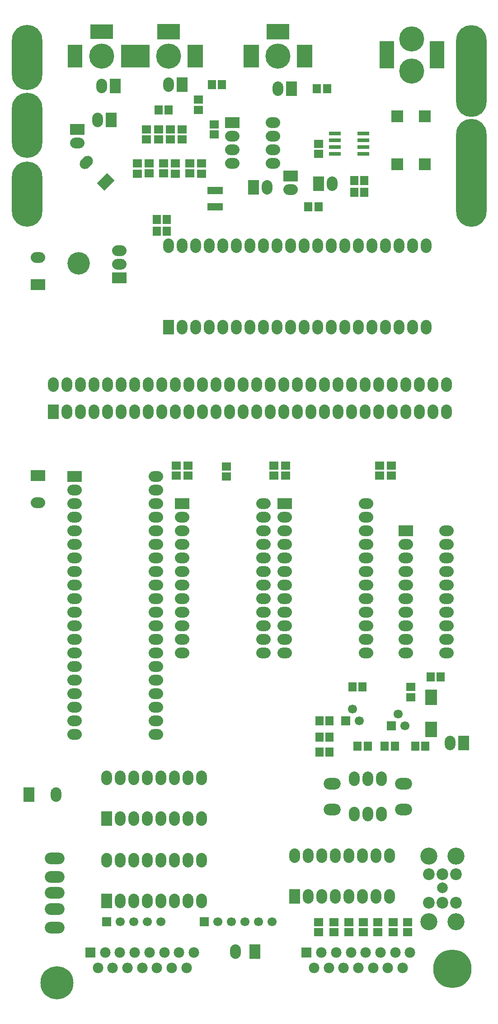
<source format=gts>
G04 DipTrace 3.3.1.3*
G04 top_mask_dendy_junior_II_rev_2.2.gts*
%MOMM*%
G04 #@! TF.FileFunction,Soldermask,Top*
G04 #@! TF.Part,Single*
%AMOUTLINE1*
4,1,16,
0.96258,-0.45164,
1.19378,-0.08364,
1.24373,0.35975,
1.09638,0.78087,
0.78087,1.09638,
0.35975,1.24373,
-0.08364,1.19378,
-0.45164,0.96258,
-0.96258,0.45164,
-1.19378,0.08364,
-1.24373,-0.35975,
-1.09638,-0.78087,
-0.78087,-1.09638,
-0.35975,-1.24373,
0.08364,-1.19378,
0.45164,-0.96258,
0.96258,-0.45164,
0*%
%AMOUTLINE4*
4,1,4,
-0.2475,-1.66169,
-1.66169,-0.2475,
0.2475,1.66169,
1.66169,0.2475,
-0.2475,-1.66169,
0*%
%AMOUTLINE7*
4,1,4,
1.0,-1.35,
-1.0,-1.35,
-1.0,1.35,
1.0,1.35,
1.0,-1.35,
0*%
%AMOUTLINE10*
4,1,16,
1.0,0.36127,
0.90328,0.78501,
0.62509,1.13383,
0.22309,1.32743,
-0.22309,1.32743,
-0.62509,1.13383,
-0.90328,0.78501,
-1.0,0.36127,
-1.0,-0.36127,
-0.90328,-0.78501,
-0.62509,-1.13383,
-0.22309,-1.32743,
0.22309,-1.32743,
0.62509,-1.13383,
0.90328,-0.78501,
1.0,-0.36127,
1.0,0.36127,
0*%
%AMOUTLINE13*
4,1,4,
2.1,-1.4,
-2.1,-1.4,
-2.1,1.4,
2.1,1.4,
2.1,-1.4,
0*%
%AMOUTLINE16*
4,1,4,
1.4,2.1,
1.4,-2.1,
-1.4,-2.1,
-1.4,2.1,
1.4,2.1,
0*%
%ADD19C,2.0*%
%ADD59C,0.9*%
%ADD65R,2.2X2.2*%
%ADD67R,2.2X0.8*%
%ADD69C,3.2*%
%ADD71C,2.2*%
%ADD73O,3.2X2.2*%
%ADD75O,3.7X2.2*%
%ADD77O,5.7X20.2*%
%ADD79C,4.2*%
%ADD81O,5.7X17.2*%
%ADD83C,7.2*%
%ADD85O,5.7X12.2*%
%ADD87C,6.2*%
%ADD89R,2.7X5.2*%
%ADD91C,4.7*%
%ADD93R,2.8X4.2*%
%ADD95R,4.2X2.8*%
%ADD97R,2.9X1.35*%
%ADD99C,1.7*%
%ADD101R,1.7X1.7*%
%ADD103C,1.978*%
%ADD105R,1.978X1.978*%
%ADD107R,1.7X1.5*%
%ADD109O,2.7X2.0*%
%ADD111R,2.7X2.0*%
%ADD113O,2.0X2.7*%
%ADD115R,2.0X2.7*%
%ADD117R,2.2X2.95*%
%ADD119R,1.5X1.7*%
%ADD133OUTLINE1*%
%ADD136OUTLINE4*%
%ADD139OUTLINE7*%
%ADD142OUTLINE10*%
%ADD145OUTLINE13*%
%ADD148OUTLINE16*%
%FSLAX35Y35*%
G04*
G71*
G90*
G75*
G01*
G04 TopMask*
%LPD*%
D59*
X9367003Y2158997D3*
Y1619190D3*
X9636907Y1889093D3*
X9097100D3*
X9541647Y1682697D3*
X9573400Y2079613D3*
X9176483Y1682697D3*
Y2095490D3*
X1952600Y1857340D3*
Y1381040D3*
X2190750Y1619190D3*
X1730327D3*
X2111367Y1444547D3*
Y1777957D3*
X1793833Y1460423D3*
Y1777957D3*
D119*
X8668430Y6048797D3*
X8858430D3*
D117*
X8970087Y6969627D3*
Y6366267D3*
D119*
X8286870Y6048797D3*
X8096870D3*
X8954210Y7350667D3*
X9144210D3*
X7779337Y6048780D3*
X7589337D3*
X7064627Y6223700D3*
X6874627D3*
D115*
X3048093Y18400827D3*
D113*
X2794090D3*
D115*
X4302347Y18432580D3*
D113*
X4048343D3*
D111*
X2333640Y17591117D3*
D109*
Y17337113D3*
D115*
X2968707Y17765760D3*
D113*
X2714703D3*
D107*
X4905660Y17686377D3*
Y17496377D3*
D111*
X6334560Y16717900D3*
D109*
Y16463897D3*
D115*
X9573403Y6112287D3*
D113*
X9319400D3*
D109*
X1603340Y10605410D3*
D111*
Y11113410D3*
D133*
X2508283Y16971927D3*
D136*
X2867493Y16612713D3*
D139*
X5636073Y16511497D3*
D142*
X5890077D3*
D107*
X4191210Y11113437D3*
Y11303437D3*
D119*
X4016567Y15685917D3*
X3826567D3*
D107*
X6017027Y11113437D3*
Y11303437D3*
X8001610Y11113437D3*
Y11303437D3*
D115*
X6858490Y16575010D3*
D113*
X7112493D3*
D107*
X6858490Y17130693D3*
Y17320693D3*
D115*
X6350427Y18353187D3*
D113*
X6096423D3*
D109*
X1603313Y15193740D3*
D111*
Y14685740D3*
D113*
X1936723Y5143810D3*
D115*
X1428723D3*
D107*
X8223883Y11113437D3*
Y11303437D3*
X6239300Y11113437D3*
Y11303437D3*
X4413483Y11113437D3*
Y11303437D3*
D119*
X4016567Y15908190D3*
X3826567D3*
D115*
X1889137Y12304173D3*
D113*
X2143137D3*
X2397093Y12304187D3*
X2651093D3*
X2905097D3*
X3159093D3*
X3413093D3*
X3667097D3*
X3921093D3*
X4175093D3*
X4429097D3*
X4683093D3*
X4937093D3*
X5191097D3*
X5445097D3*
X5699093D3*
X5953097D3*
X6207097D3*
X6461093D3*
X6715097D3*
X6969097D3*
X7223093D3*
X7477097D3*
X7731097D3*
X7985093D3*
X8239093D3*
X8493097D3*
X8747093D3*
X9001093D3*
X9255097D3*
Y12812187D3*
X9001093D3*
X8747093D3*
X8493097D3*
X8239093D3*
X7985093D3*
X7731097D3*
X7477097D3*
X7223093D3*
X6969097D3*
X6715097D3*
X6461093D3*
X6207097D3*
X5953097D3*
X5699093D3*
X5445097D3*
X5191097D3*
X4937093D3*
X4683093D3*
X4429097D3*
X4175093D3*
X3921093D3*
X3667097D3*
X3413093D3*
X3159093D3*
X2905097D3*
X2651093D3*
X2397093D3*
X2143097D3*
X1889093D3*
X7525310Y5445467D3*
X7779310D3*
X8033310D3*
X7525310Y4778647D3*
X7779310D3*
X8033310D3*
D105*
X2583430Y2189403D3*
D103*
X2860330D3*
X3137130D3*
X3414030D3*
X3690833D3*
X3967733D3*
X4244633D3*
X4521430D3*
X2723130Y1905003D3*
X2999930D3*
X3276830D3*
X3553627D3*
X3830527D3*
X4107427D3*
X4384230D3*
D105*
X6633590Y2189403D3*
D103*
X6910490D3*
X7187290D3*
X7464190D3*
X7740993D3*
X8017893D3*
X8294793D3*
X8571590D3*
X6773290Y1905003D3*
X7050090D3*
X7326990D3*
X7603787D3*
X7880687D3*
X8157587D3*
X8434390D3*
D101*
X2889323Y2762310D3*
D99*
X3143323D3*
X3397323D3*
X3651323D3*
X3905323D3*
D101*
X4715140D3*
D99*
X4969140D3*
X5223140D3*
X5477140D3*
X5731140D3*
X5985140D3*
D97*
X4921537Y16146340D3*
Y16446340D3*
D95*
X2794063Y19416933D3*
D93*
X2294063Y18966933D3*
X3294063D3*
D91*
X2794063D3*
D145*
X4048320Y19416933D3*
D148*
X3548320Y18966933D3*
X4548320D3*
D91*
X4048320D3*
D145*
X6096410Y19416933D3*
D148*
X5596410Y18966933D3*
X6596410D3*
D91*
X6096410D3*
X8604923Y18686607D3*
Y19286607D3*
D89*
X9073503Y18986423D3*
X8134923Y18986607D3*
D115*
X5667740Y2206627D3*
D87*
X1952600Y1619190D3*
D113*
X5302577Y2206627D3*
D85*
X1396917Y18940633D3*
D83*
X9367003Y1889093D3*
D85*
X1396917Y17670500D3*
Y16384490D3*
D81*
X9718007Y18686253D3*
D79*
X2365393Y15082603D3*
D77*
X9716290Y16781407D3*
D75*
X1917497Y3953060D3*
Y3602760D3*
Y3304960D3*
Y3003960D3*
Y2654860D3*
D101*
X8223883Y6429820D3*
D99*
X8350883Y6652020D3*
X8477883Y6429820D3*
D101*
X7366543Y6525080D3*
D99*
X7493543Y6747280D3*
X7620543Y6525080D3*
D73*
X7112517Y5350207D3*
Y4867607D3*
X8446157Y5350207D3*
Y4867607D3*
D119*
X7493557Y7160147D3*
X7683557D3*
D107*
X8589047Y6969627D3*
Y7159627D3*
D119*
X7064627Y6524837D3*
X6874627D3*
Y5937920D3*
X7064627D3*
D107*
X4175593Y16955790D3*
Y16765790D3*
X3683157Y16956050D3*
Y16766050D3*
X4667770Y16955790D3*
Y16765790D3*
X3953060Y16956050D3*
Y16766050D3*
X3461143Y16955790D3*
Y16765790D3*
X4445497Y16956310D3*
Y16766310D3*
X4604003Y17956280D3*
Y18146280D3*
D119*
X3857800Y17956280D3*
X4047800D3*
D107*
X4080073Y17591117D3*
Y17401117D3*
X4302347Y17591117D3*
Y17401117D3*
X3857800Y17591117D3*
Y17401117D3*
X3635527Y17591117D3*
Y17401117D3*
X6858490Y2571790D3*
Y2761790D3*
X8525540Y2571790D3*
Y2761790D3*
X8255637Y2571790D3*
Y2761790D3*
X7969857Y2571790D3*
Y2761790D3*
X7699953Y2571790D3*
Y2761790D3*
X7430050Y2571790D3*
Y2761790D3*
X7144270Y2571790D3*
Y2761790D3*
D119*
X4858030Y18432580D3*
X5048030D3*
D107*
X5127933Y11288080D3*
Y11098080D3*
D119*
X7715310Y16416243D3*
X7525310D3*
X6667970Y16146340D3*
X6857970D3*
X7715830Y16638517D3*
X7525830D3*
X6826997Y18353457D3*
X7016997D3*
D71*
X8922457Y3659313D3*
X9176457D3*
X9430457D3*
X8922457Y3124913D3*
X9176457D3*
X9430457D3*
D69*
X8922457Y2770213D3*
Y3992613D3*
X9430457D3*
Y2770213D3*
D19*
X9176457Y3397313D3*
D111*
X2286010Y11097560D3*
D109*
Y10843560D3*
Y10589560D3*
Y10335560D3*
Y10081560D3*
Y9827560D3*
Y9573560D3*
Y9319560D3*
Y9065560D3*
Y8811560D3*
Y8557560D3*
Y8303560D3*
Y8049560D3*
Y7795560D3*
Y7541560D3*
Y7287560D3*
Y7033563D3*
Y6779560D3*
Y6525560D3*
Y6271563D3*
X3810010D3*
Y6525560D3*
Y6779560D3*
Y7033563D3*
Y7287560D3*
Y7541560D3*
Y7795560D3*
Y8049560D3*
Y8303560D3*
Y8557560D3*
Y8811560D3*
Y9065560D3*
Y9319560D3*
Y9573560D3*
Y9827560D3*
Y10081560D3*
Y10335560D3*
Y10589560D3*
Y10843560D3*
Y11097560D3*
D115*
X4048320Y13891853D3*
D113*
X4302320D3*
X4556320D3*
X4810320D3*
X5064320D3*
X5318320D3*
X5572320D3*
X5826320D3*
X6080320D3*
X6334320D3*
X6588320D3*
X6842320D3*
X7096320D3*
X7350320D3*
X7604320D3*
X7858320D3*
X8112317D3*
X8366320D3*
X8620320D3*
X8874317D3*
Y15415853D3*
X8620320D3*
X8366320D3*
X8112317D3*
X7858320D3*
X7604320D3*
X7350320D3*
X7096320D3*
X6842320D3*
X6588320D3*
X6334320D3*
X6080320D3*
X5826320D3*
X5572320D3*
X5318320D3*
X5064320D3*
X4810320D3*
X4556320D3*
X4302320D3*
X4048320D3*
D115*
X2889377Y4699397D3*
D113*
X3143377D3*
X3397377D3*
X3651377D3*
X3905377D3*
X4159377D3*
X4413377D3*
X4667377D3*
Y5461397D3*
X4413377D3*
X4159377D3*
X3905377D3*
X3651377D3*
X3397377D3*
X3143377D3*
X2889377D3*
D111*
X8493787Y10081453D3*
D109*
Y9827453D3*
Y9573453D3*
Y9319453D3*
Y9065450D3*
Y8811450D3*
Y8557453D3*
Y8303450D3*
Y8049450D3*
Y7795453D3*
X9255787Y10081450D3*
Y9827450D3*
Y9573450D3*
Y9319453D3*
Y9065450D3*
Y8811450D3*
Y8557453D3*
Y8303450D3*
Y8049450D3*
Y7795453D3*
D115*
X2889377Y3159360D3*
D113*
X3143377D3*
X3397377D3*
X3651377D3*
X3905377D3*
X4159377D3*
X4413377D3*
X4667377D3*
Y3921360D3*
X4413377D3*
X4159377D3*
X3905377D3*
X3651377D3*
X3397377D3*
X3143377D3*
X2889377D3*
D115*
X6413943Y3238610D3*
D113*
X6667943D3*
X6921943D3*
X7175943D3*
X7429943D3*
X7683943D3*
X7937943D3*
X8191943D3*
Y4000610D3*
X7937943D3*
X7683943D3*
X7429943D3*
X7175943D3*
X6921943D3*
X6667943D3*
X6413943D3*
D111*
X3127473Y14812700D3*
D109*
Y15066700D3*
Y15320700D3*
D111*
X5239070Y17718130D3*
D109*
Y17464130D3*
Y17210130D3*
Y16956130D3*
X6001070D3*
Y17210130D3*
Y17464130D3*
Y17718130D3*
D67*
X7160147Y17511733D3*
Y17384733D3*
Y17257733D3*
Y17130733D3*
X7700147D3*
Y17257733D3*
Y17384733D3*
Y17511733D3*
D111*
X4302347Y10589507D3*
D109*
Y10335507D3*
Y10081507D3*
Y9827507D3*
Y9573507D3*
Y9319507D3*
Y9065507D3*
Y8811507D3*
Y8557507D3*
Y8303507D3*
Y8049507D3*
Y7795507D3*
X5826347D3*
Y8049507D3*
Y8303507D3*
Y8557507D3*
Y8811507D3*
Y9065507D3*
Y9319507D3*
Y9573507D3*
Y9827507D3*
Y10081507D3*
Y10335507D3*
Y10589507D3*
D111*
X6223423D3*
D109*
Y10335507D3*
Y10081507D3*
Y9827507D3*
Y9573507D3*
Y9319507D3*
Y9065507D3*
Y8811507D3*
Y8557507D3*
Y8303507D3*
Y8049507D3*
Y7795507D3*
X7747423D3*
Y8049507D3*
Y8303507D3*
Y8557507D3*
Y8811507D3*
Y9065507D3*
Y9319507D3*
Y9573507D3*
Y9827507D3*
Y10081507D3*
Y10335507D3*
Y10589507D3*
D65*
X8335020Y16940173D3*
X8845020D3*
Y17840173D3*
X8335020D3*
M02*

</source>
